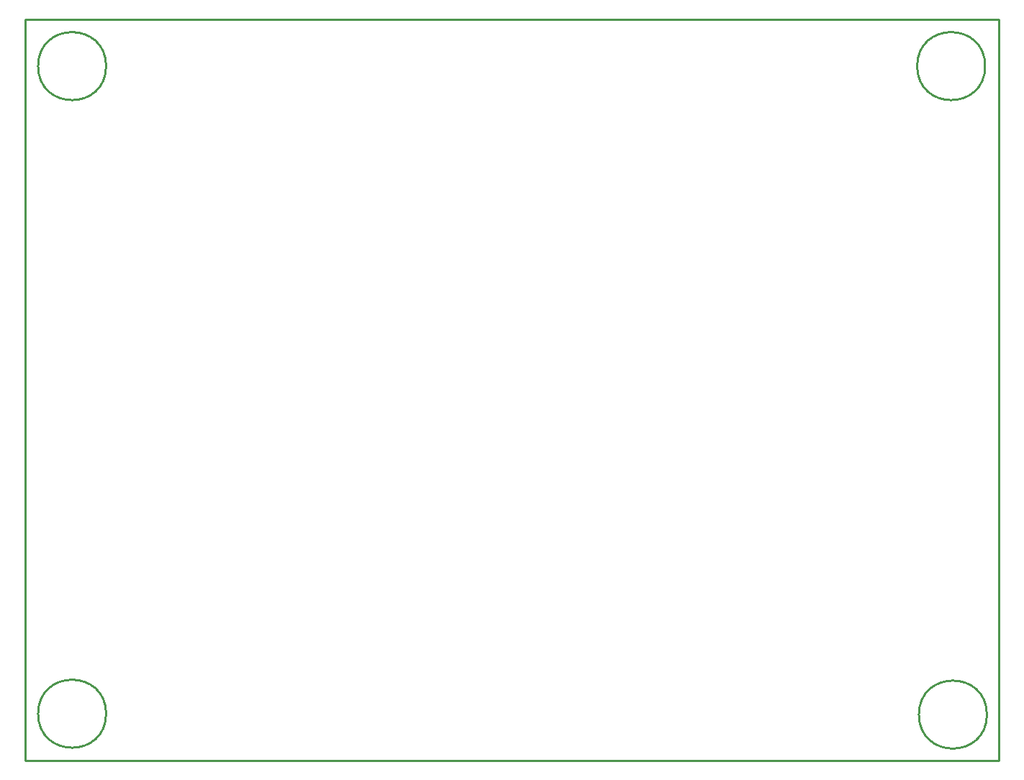
<source format=gko>
G04*
G04 #@! TF.GenerationSoftware,Altium Limited,Altium Designer,19.1.5 (86)*
G04*
G04 Layer_Color=16711935*
%FSLAX43Y43*%
%MOMM*%
G71*
G01*
G75*
%ADD10C,0.254*%
D10*
X9486Y81686D02*
G03*
X9486Y81686I-4000J0D01*
G01*
X112915D02*
G03*
X112915Y81686I-4000J0D01*
G01*
X113118Y5385D02*
G03*
X113118Y5385I-4000J0D01*
G01*
X9486Y5486D02*
G03*
X9486Y5486I-4000J0D01*
G01*
X114503Y0D02*
Y87173D01*
X0D02*
X114503D01*
X0Y0D02*
Y87173D01*
Y0D02*
X114503D01*
Y87173D01*
M02*

</source>
